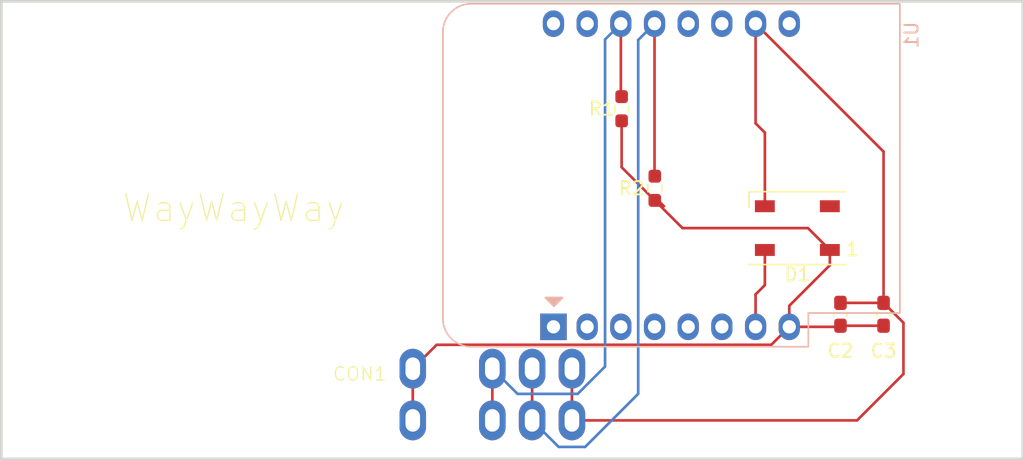
<source format=kicad_pcb>
(kicad_pcb (version 20240108) (generator "pcbnew") (generator_version "8.0")
  (layers (0 "F.Cu" signal) (31 "B.Cu" signal) (34 "B.Paste" user) (35 "F.Paste" user) (36 "B.SilkS" user "B.Silkscreen") (37 "F.SilkS" user "F.Silkscreen") (38 "B.Mask" user) (39 "F.Mask" user) (44 "Edge.Cuts" user))
  (net 0 "")
  (net 1 "Net-(C1-Pin_2_(SCL))")
  (net 2 "Net-(C1-Pin_3_(SDA))")
  (net 3 "+3.3V")
  (net 4 "GND")
  (net 5 "Net-(D1-DIN)")
  (footprint "MountingHole:MountingHole_3.7mm" (layer "F.Cu") (at 173 130.4)
    (property "Reference" "H4" (hide yes))
    (property "Value" "MountingHole" (hide yes))
    (pad "" np_thru_hole circle (at 0 0) (size 3.7 3.7) (drill 3.7) (layers "*.Cu" "*.Mask"))
  )
  (footprint "LED_SMD:LED_WS2812B_PLCC4_5.0x5.0mm_P3.2mm" (layer "F.Cu") (at 160 117.5 180)
    (property "Reference" "D1" (at 0 -3.5 180) (layer "F.SilkS"))
    (property "Value" "WS2812B")
    (fp_line (start 3.65 2.75) (end 3.65 1.6) (stroke (width 0.12)) (layer "F.SilkS"))
    (fp_line (start -3.65 2.75) (end 3.65 2.75) (stroke (width 0.12)) (layer "F.SilkS"))
    (fp_line (start -3.65 -2.75) (end 3.65 -2.75) (stroke (width 0.12)) (layer "F.SilkS"))
    (fp_text user "1" (at -4.15 -1.6 180) (layer "F.SilkS"))
    (pad "1" smd rect (at -2.45 -1.65 180) (size 1.5 0.9) (layers "F.Cu" "F.Paste" "F.Mask") (net 3 "+3.3V"))
    (pad "2" smd rect (at -2.45 1.65 180) (size 1.5 0.9) (layers "F.Cu" "F.Paste" "F.Mask"))
    (pad "3" smd rect (at 2.45 1.65 180) (size 1.5 0.9) (layers "F.Cu" "F.Paste" "F.Mask") (net 4 "GND"))
    (pad "4" smd rect (at 2.45 -1.65 180) (size 1.5 0.9) (layers "F.Cu" "F.Paste" "F.Mask") (net 5 "Net-(D1-DIN)"))
  )
  (footprint "MountingHole:MountingHole_3.7mm" (layer "F.Cu") (at 173 104.5)
    (property "Reference" "H2" (hide yes))
    (property "Value" "MountingHole" (hide yes))
    (pad "" np_thru_hole circle (at 0 0) (size 3.7 3.7) (drill 3.7) (layers "*.Cu" "*.Mask"))
  )
  (footprint "MountingHole:MountingHole_3.7mm" (layer "F.Cu") (at 104 130.4)
    (property "Reference" "H3" (hide yes))
    (property "Value" "MountingHole" (hide yes))
    (pad "" np_thru_hole circle (at 0 0) (size 3.7 3.7) (drill 3.7) (layers "*.Cu" "*.Mask"))
  )
  (footprint "Resistor_SMD:R_0603_1608Metric_Pad0.98x0.95mm_HandSolder" (layer "F.Cu") (at 149.25 114.5 90)
    (property "Reference" "R2" (at 0 -1.75 0) (layer "F.SilkS"))
    (property "Value" "10k")
    (fp_line (start -0.254724 -0.5225) (end 0.254724 -0.5225) (stroke (width 0.12)) (layer "F.SilkS"))
    (fp_line (start -0.254724 0.5225) (end 0.254724 0.5225) (stroke (width 0.12)) (layer "F.SilkS"))
    (pad "1" smd roundrect (at -0.9125 0 90) (size 0.975 0.95) (layers "F.Cu" "F.Paste" "F.Mask") (net 3 "+3.3V"))
    (pad "2" smd roundrect (at 0.9125 0 90) (size 0.975 0.95) (layers "F.Cu" "F.Paste" "F.Mask") (net 2 "Net-(C1-Pin_3_(SDA))"))
  )
  (footprint "MountingHole:MountingHole_3.7mm" (layer "F.Cu") (at 104 104.5)
    (property "Reference" "H1" (hide yes))
    (property "Value" "MountingHole" (hide yes))
    (pad "" np_thru_hole circle (at 0 0) (size 3.7 3.7) (drill 3.7) (layers "*.Cu" "*.Mask"))
  )
  (footprint "Capacitor_SMD:C_0603_1608Metric_Pad1.08x0.95mm_HandSolder" (layer "F.Cu") (at 163.25 124 90)
    (property "Reference" "C2" (at -2.75 0 180) (layer "F.SilkS"))
    (property "Value" "10u")
    (fp_line (start -0.146267 -0.51) (end 0.146267 -0.51) (stroke (width 0.12)) (layer "F.SilkS"))
    (fp_line (start -0.146267 0.51) (end 0.146267 0.51) (stroke (width 0.12)) (layer "F.SilkS"))
    (pad "1" smd roundrect (at -0.8625 0 90) (size 1.075 0.95) (layers "F.Cu" "F.Paste" "F.Mask") (net 3 "+3.3V"))
    (pad "2" smd roundrect (at 0.8625 0 90) (size 1.075 0.95) (layers "F.Cu" "F.Paste" "F.Mask") (net 4 "GND"))
  )
  (footprint "Capacitor_SMD:C_0603_1608Metric_Pad1.08x0.95mm_HandSolder" (layer "F.Cu") (at 166.5 124 90)
    (property "Reference" "C3" (at -2.75 0 180) (layer "F.SilkS"))
    (property "Value" "10u")
    (fp_line (start -0.146267 -0.51) (end 0.146267 -0.51) (stroke (width 0.12)) (layer "F.SilkS"))
    (fp_line (start -0.146267 0.51) (end 0.146267 0.51) (stroke (width 0.12)) (layer "F.SilkS"))
    (pad "1" smd roundrect (at -0.8625 0 90) (size 1.075 0.95) (layers "F.Cu" "F.Paste" "F.Mask") (net 3 "+3.3V"))
    (pad "2" smd roundrect (at 0.8625 0 90) (size 1.075 0.95) (layers "F.Cu" "F.Paste" "F.Mask") (net 4 "GND"))
  )
  (footprint "NoboLibrary:nobo" (layer "F.Cu") (at 131 132)
    (property "Reference" "CON1" (at -4 -3.5 0) (layer "F.SilkS") (effects (font (thickness 0.1))))
    (property "Value" "Conn_01x04")
    (pad "1" thru_hole oval (at 0 -3.9) (size 2 3) (drill oval 1.1 1.7) (layers "*.Cu" "*.Mask") (net 3 "+3.3V"))
    (pad "1" thru_hole oval (at 0 0) (size 2 3) (drill oval 1.1 1.7) (layers "*.Cu" "*.Mask") (net 3 "+3.3V"))
    (pad "2" thru_hole oval (at 6 -3.9) (size 2 3) (drill oval 1.1 1.7) (layers "*.Cu" "*.Mask") (net 1 "Net-(C1-Pin_2_(SCL))"))
    (pad "2" thru_hole oval (at 6 0) (size 2 3) (drill oval 1.1 1.7) (layers "*.Cu" "*.Mask") (net 1 "Net-(C1-Pin_2_(SCL))"))
    (pad "3" thru_hole oval (at 9 -3.9) (size 2 3) (drill oval 1.1 1.7) (layers "*.Cu" "*.Mask") (net 2 "Net-(C1-Pin_3_(SDA))"))
    (pad "3" thru_hole oval (at 9 0) (size 2 3) (drill oval 1.1 1.7) (layers "*.Cu" "*.Mask") (net 2 "Net-(C1-Pin_3_(SDA))"))
    (pad "4" thru_hole oval (at 12 -3.9) (size 2 3) (drill oval 1.1 1.7) (layers "*.Cu" "*.Mask") (net 4 "GND"))
    (pad "4" thru_hole oval (at 12 0) (size 2 3) (drill oval 1.1 1.7) (layers "*.Cu" "*.Mask") (net 4 "GND"))
  )
  (footprint "Resistor_SMD:R_0603_1608Metric_Pad0.98x0.95mm_HandSolder" (layer "F.Cu") (at 146.75 108.5 90)
    (property "Reference" "R1" (at 0 -1.5 0) (layer "F.SilkS"))
    (property "Value" "10k")
    (fp_line (start -0.254724 -0.5225) (end 0.254724 -0.5225) (stroke (width 0.12)) (layer "F.SilkS"))
    (fp_line (start -0.254724 0.5225) (end 0.254724 0.5225) (stroke (width 0.12)) (layer "F.SilkS"))
    (pad "1" smd roundrect (at -0.9125 0 90) (size 0.975 0.95) (layers "F.Cu" "F.Paste" "F.Mask") (net 3 "+3.3V"))
    (pad "2" smd roundrect (at 0.9125 0 90) (size 0.975 0.95) (layers "F.Cu" "F.Paste" "F.Mask") (net 1 "Net-(C1-Pin_2_(SCL))"))
  )
  (footprint "Library:WEMOS_D1_mini_light2" (layer "B.Cu") (at 141.61 103.145 -90)
    (property "Reference" "U1" (at -0.2 -27 90) (layer "B.SilkS") (effects (justify mirror)))
    (property "Value" "WeMos_D1_mini")
    (fp_line (start 21.17 8.34) (end -0.44 8.34) (stroke (width 0.12)) (layer "B.SilkS"))
    (fp_line (start -2.56 6.21) (end -2.56 -26.12) (stroke (width 0.12)) (layer "B.SilkS"))
    (fp_line (start 23.3 6.21) (end 23.3 -19.22) (stroke (width 0.12)) (layer "B.SilkS"))
    (fp_line (start 20.76 -19.22) (end 23.3 -19.22) (stroke (width 0.12)) (layer "B.SilkS"))
    (fp_line (start -2.56 -26.12) (end 20.76 -26.12) (stroke (width 0.12)) (layer "B.SilkS"))
    (fp_line (start 20.76 -26.12) (end 20.76 -19.22) (stroke (width 0.12)) (layer "B.SilkS"))
    (fp_arc (start -0.43 8.34) (mid -1.936137 7.716137) (end -2.56 6.21) (stroke (width 0.12)) (layer "B.SilkS"))
    (fp_arc (start 23.3 6.21) (mid 22.676137 7.716137) (end 21.17 8.34) (stroke (width 0.12)) (layer "B.SilkS"))
    (fp_poly (pts (xy 19.6 0.6) (xy 19.6 -0.67) (xy 20.235 -0.035)) (stroke (width 0.15)) (fill solid) (layer "B.SilkS"))
    (pad "1" thru_hole rect (at 21.8 0 270) (size 2 2) (drill 1) (layers "*.Cu" "*.Mask"))
    (pad "2" thru_hole oval (at 21.8 -2.54 270) (size 2 1.6) (drill 1) (layers "*.Cu" "*.Mask"))
    (pad "3" thru_hole oval (at 21.8 -5.08 270) (size 2 1.6) (drill 1) (layers "*.Cu" "*.Mask"))
    (pad "4" thru_hole oval (at 21.8 -7.62 270) (size 2 1.6) (drill 1) (layers "*.Cu" "*.Mask"))
    (pad "5" thru_hole oval (at 21.8 -10.16 270) (size 2 1.6) (drill 1) (layers "*.Cu" "*.Mask"))
    (pad "6" thru_hole oval (at 21.8 -12.7 270) (size 2 1.6) (drill 1) (layers "*.Cu" "*.Mask"))
    (pad "7" thru_hole oval (at 21.8 -15.24 270) (size 2 1.6) (drill 1) (layers "*.Cu" "*.Mask") (net 5 "Net-(D1-DIN)"))
    (pad "8" thru_hole oval (at 21.8 -17.78 270) (size 2 1.6) (drill 1) (layers "*.Cu" "*.Mask") (net 3 "+3.3V"))
    (pad "9" thru_hole oval (at -1.06 -17.78 270) (size 2 1.6) (drill 1) (layers "*.Cu" "*.Mask"))
    (pad "10" thru_hole oval (at -1.06 -15.24 270) (size 2 1.6) (drill 1) (layers "*.Cu" "*.Mask") (net 4 "GND"))
    (pad "11" thru_hole oval (at -1.06 -12.7 270) (size 2 1.6) (drill 1) (layers "*.Cu" "*.Mask"))
    (pad "12" thru_hole oval (at -1.06 -10.16 270) (size 2 1.6) (drill 1) (layers "*.Cu" "*.Mask"))
    (pad "13" thru_hole oval (at -1.06 -7.62 270) (size 2 1.6) (drill 1) (layers "*.Cu" "*.Mask") (net 2 "Net-(C1-Pin_3_(SDA))"))
    (pad "14" thru_hole oval (at -1.06 -5.08 270) (size 2 1.6) (drill 1) (layers "*.Cu" "*.Mask") (net 1 "Net-(C1-Pin_2_(SCL))"))
    (pad "15" thru_hole oval (at -1.06 -2.54 270) (size 2 1.6) (drill 1) (layers "*.Cu" "*.Mask"))
    (pad "16" thru_hole oval (at -1.06 0 270) (size 2 1.6) (drill 1) (layers "*.Cu" "*.Mask"))
  )
  (gr_rect (start 99.9746 100.4) (end 177 134.9) (stroke (width 0.2)) (fill none) (layer "Edge.Cuts"))
  (gr_text "WayWayWay" (at 117.5 116 0) (layer "F.SilkS") (effects (font (size 2 2) (thickness 0.1))))
  (segment (start 137 128.1) (end 137 132) (width 0.2) (layer "F.Cu") (net 1))
  (segment (start 146.69 102.085) (end 146.69 107.5275) (width 0.2) (layer "F.Cu") (net 1))
  (segment (start 146.69 107.5275) (end 146.75 107.5875) (width 0.2) (layer "F.Cu") (net 1))
  (segment (start 145.5 103.275) (end 146.69 102.085) (width 0.2) (layer "B.Cu") (net 1))
  (segment (start 143.438478 130) (end 145.5 127.938478) (width 0.2) (layer "B.Cu") (net 1))
  (segment (start 145.5 127.938478) (end 145.5 103.275) (width 0.2) (layer "B.Cu") (net 1))
  (segment (start 138.9 130) (end 143.438478 130) (width 0.2) (layer "B.Cu") (net 1))
  (segment (start 137 128.1) (end 138.9 130) (width 0.2) (layer "B.Cu") (net 1))
  (segment (start 149.23 113.23) (end 149.25 113.25) (width 0.2) (layer "F.Cu") (net 2))
  (segment (start 149.23 102.085) (end 149.23 113.23) (width 0.2) (layer "F.Cu") (net 2))
  (segment (start 140 128.1) (end 140 132) (width 0.2) (layer "F.Cu") (net 2))
  (segment (start 148 103.315) (end 149.23 102.085) (width 0.2) (layer "B.Cu") (net 2))
  (segment (start 142 134) (end 144 134) (width 0.2) (layer "B.Cu") (net 2))
  (segment (start 140 132) (end 142 134) (width 0.2) (layer "B.Cu") (net 2))
  (segment (start 148 130) (end 148 103.315) (width 0.2) (layer "B.Cu") (net 2))
  (segment (start 144 134) (end 148 130) (width 0.2) (layer "B.Cu") (net 2))
  (segment (start 162.45 119.15) (end 162.45 120.3) (width 0.2) (layer "F.Cu") (net 3))
  (segment (start 131 128.1) (end 131 132) (width 0.2) (layer "F.Cu") (net 3))
  (segment (start 158.035 126.3) (end 159.39 124.945) (width 0.2) (layer "F.Cu") (net 3))
  (segment (start 159.39 123.36) (end 159.39 124.945) (width 0.2) (layer "F.Cu") (net 3))
  (segment (start 149 115.1625) (end 146.75 112.9125) (width 0.2) (layer "F.Cu") (net 3))
  (segment (start 160.8 117.5) (end 151.3375 117.5) (width 0.2) (layer "F.Cu") (net 3))
  (segment (start 163.165 124.8625) (end 166.5 124.8625) (width 0.2) (layer "F.Cu") (net 3))
  (segment (start 163.0825 124.945) (end 163.165 124.8625) (width 0.2) (layer "F.Cu") (net 3))
  (segment (start 149.9375 115.85) (end 149.25 115.1625) (width 0.2) (layer "F.Cu") (net 3))
  (segment (start 162.45 119.15) (end 160.8 117.5) (width 0.2) (layer "F.Cu") (net 3))
  (segment (start 132.8 126.3) (end 158.035 126.3) (width 0.2) (layer "F.Cu") (net 3))
  (segment (start 146.75 112.9125) (end 146.75 109.4125) (width 0.2) (layer "F.Cu") (net 3))
  (segment (start 149.25 115.1625) (end 149 115.1625) (width 0.2) (layer "F.Cu") (net 3))
  (segment (start 162.45 120.3) (end 159.39 123.36) (width 0.2) (layer "F.Cu") (net 3))
  (segment (start 159.39 124.945) (end 163.0825 124.945) (width 0.2) (layer "F.Cu") (net 3))
  (segment (start 131 128.1) (end 132.8 126.3) (width 0.2) (layer "F.Cu") (net 3))
  (segment (start 151.3375 117.5) (end 149.25 115.4125) (width 0.2) (layer "F.Cu") (net 3))
  (segment (start 163.25 123.1375) (end 166.5 123.1375) (width 0.2) (layer "F.Cu") (net 4))
  (segment (start 168 128.5) (end 168 124.6375) (width 0.2) (layer "F.Cu") (net 4))
  (segment (start 156.85 109.6) (end 156.85 102.085) (width 0.2) (layer "F.Cu") (net 4))
  (segment (start 164.5 132) (end 168 128.5) (width 0.2) (layer "F.Cu") (net 4))
  (segment (start 157.55 110.3) (end 156.85 109.6) (width 0.2) (layer "F.Cu") (net 4))
  (segment (start 143 132) (end 164.5 132) (width 0.2) (layer "F.Cu") (net 4))
  (segment (start 166.5 111.735) (end 156.85 102.085) (width 0.2) (layer "F.Cu") (net 4))
  (segment (start 168 124.6375) (end 166.5 123.1375) (width 0.2) (layer "F.Cu") (net 4))
  (segment (start 166.5 123.1375) (end 166.5 111.735) (width 0.2) (layer "F.Cu") (net 4))
  (segment (start 157.55 115.85) (end 157.55 110.3) (width 0.2) (layer "F.Cu") (net 4))
  (segment (start 143 128.1) (end 143 132) (width 0.2) (layer "F.Cu") (net 4))
  (segment (start 157.55 121.8) (end 156.85 122.5) (width 0.2) (layer "F.Cu") (net 5))
  (segment (start 156.85 122.5) (end 156.85 124.945) (width 0.2) (layer "F.Cu") (net 5))
  (segment (start 157.55 119.15) (end 157.55 121.8) (width 0.2) (layer "F.Cu") (net 5))
)
</source>
